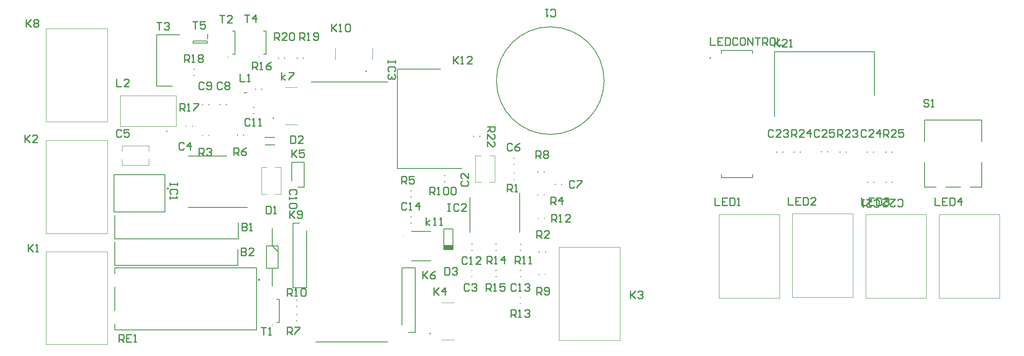
<source format=gbr>
G04*
G04 #@! TF.GenerationSoftware,Altium Limited,Altium Designer,22.4.2 (48)*
G04*
G04 Layer_Color=65535*
%FSLAX24Y24*%
%MOIN*%
G70*
G04*
G04 #@! TF.SameCoordinates,A9630A7D-A4A5-49CB-BB12-AA859E33B044*
G04*
G04*
G04 #@! TF.FilePolarity,Positive*
G04*
G01*
G75*
%ADD10C,0.0079*%
%ADD11C,0.0039*%
%ADD12C,0.0098*%
%ADD13C,0.0050*%
%ADD14C,0.0100*%
%ADD15R,0.0728X0.0387*%
D10*
X56831Y32032D02*
G03*
X56831Y32032I-4331J0D01*
G01*
X30150Y12331D02*
G03*
X30150Y12370I0J20D01*
G01*
D02*
G03*
X30150Y12331I0J-20D01*
G01*
D02*
G03*
X30150Y12370I0J20D01*
G01*
X29080Y33921D02*
G03*
X29080Y33960I0J20D01*
G01*
D02*
G03*
X29080Y33921I0J-20D01*
G01*
D02*
G03*
X29080Y33960I0J20D01*
G01*
X26591Y33911D02*
G03*
X26591Y33950I0J20D01*
G01*
D02*
G03*
X26591Y33911I0J-20D01*
G01*
D02*
G03*
X26591Y33950I0J20D01*
G01*
X30272Y29016D02*
G03*
X30193Y29016I-39J0D01*
G01*
D02*
G03*
X30272Y29016I39J0D01*
G01*
X42793Y11666D02*
G03*
X42872Y11666I39J0D01*
G01*
D02*
G03*
X42793Y11666I-39J0D01*
G01*
X21650Y27919D02*
G03*
X21650Y27998I0J39D01*
G01*
D02*
G03*
X21650Y27919I0J-39D01*
G01*
X37684Y32822D02*
G03*
X37684Y32743I0J-39D01*
G01*
D02*
G03*
X37684Y32822I0J39D01*
G01*
X65398Y33850D02*
G03*
X65398Y33850I-39J0D01*
G01*
X30504Y12563D02*
X30713D01*
Y14437D01*
X30504D02*
X30713D01*
X29434Y34153D02*
X29643D01*
Y36027D01*
X29434D02*
X29643D01*
X70704Y26271D02*
Y26329D01*
X71196Y26271D02*
Y26329D01*
X74304Y26285D02*
Y26342D01*
X74796Y26285D02*
Y26342D01*
X78004Y26271D02*
Y26329D01*
X78496Y26271D02*
Y26329D01*
X79996Y23821D02*
Y23879D01*
X79504Y23821D02*
Y23879D01*
X33267Y31925D02*
X39437D01*
X33637Y10975D02*
X39437D01*
X20842Y31575D02*
X22100D01*
X20842D02*
Y35725D01*
X22689D01*
X53396Y23671D02*
Y23729D01*
X52904Y23671D02*
Y23729D01*
X26946Y36017D02*
X27154D01*
Y34143D02*
Y36017D01*
X26946Y34143D02*
X27154D01*
X31700Y23950D02*
Y25450D01*
X32700D01*
Y23450D02*
Y25450D01*
X32200Y23450D02*
X32700D01*
X24921Y35061D02*
Y35239D01*
X23779Y35061D02*
X24921D01*
X23779D02*
Y35239D01*
X24921D01*
X24941Y35376D02*
Y35790D01*
X27882Y31066D02*
X28118D01*
X29296Y31335D02*
Y31392D01*
X28804Y31335D02*
Y31392D01*
X31146Y33821D02*
Y33879D01*
X30654Y33821D02*
Y33879D01*
X32646Y33821D02*
Y33879D01*
X32154Y33821D02*
Y33879D01*
X23821Y32454D02*
X23879D01*
X23821Y32946D02*
X23879D01*
X24554Y30085D02*
Y30142D01*
X25046Y30085D02*
Y30142D01*
X29556Y26855D02*
X30344D01*
X29556Y27445D02*
X30344D01*
X24554Y27608D02*
Y27665D01*
X25046Y27608D02*
Y27665D01*
X27846Y27635D02*
Y27692D01*
X27354Y27635D02*
Y27692D01*
X28621Y29404D02*
X28679D01*
X28621Y29896D02*
X28679D01*
X25954Y30085D02*
Y30142D01*
X26446Y30085D02*
Y30142D01*
X23383Y21833D02*
X28147D01*
X23383Y25967D02*
X26483D01*
X23204Y28341D02*
Y28399D01*
X23696Y28341D02*
Y28399D01*
X50058Y14596D02*
X50115D01*
X50058Y14104D02*
X50115D01*
X46158Y16746D02*
X46215D01*
X46158Y16254D02*
X46215D01*
X49558Y25796D02*
X49615D01*
X49558Y25304D02*
X49615D01*
X52096Y16408D02*
Y16465D01*
X51604Y16408D02*
Y16465D01*
X52096Y18221D02*
Y18279D01*
X51604Y18221D02*
Y18279D01*
X50085Y16254D02*
X50142D01*
X50085Y16746D02*
X50142D01*
X46050Y19813D02*
Y22613D01*
X50050Y19813D02*
Y22978D01*
X51996Y24658D02*
Y24715D01*
X51504Y24658D02*
Y24715D01*
X51996Y22808D02*
Y22865D01*
X51504Y22808D02*
Y22865D01*
X49558Y24104D02*
X49615D01*
X49558Y24596D02*
X49615D01*
X51554Y20908D02*
Y20965D01*
X52046Y20908D02*
Y20965D01*
X48108Y18846D02*
X48165D01*
X48108Y18354D02*
X48165D01*
X50071Y18846D02*
X50129D01*
X50071Y18354D02*
X50129D01*
X46171D02*
X46229D01*
X46171Y18846D02*
X46229D01*
X48121Y16746D02*
X48179D01*
X48121Y16254D02*
X48179D01*
X40191Y24942D02*
X45400D01*
X40191D02*
Y32958D01*
X43676D01*
X32071Y14346D02*
X32129D01*
X32071Y13854D02*
X32129D01*
X27390Y19301D02*
Y20600D01*
X17469Y19301D02*
X27390D01*
X17469D02*
Y21191D01*
X27384Y17151D02*
Y18450D01*
X17463Y17151D02*
X27384D01*
X17463D02*
Y19041D01*
X32085Y13196D02*
X32142D01*
X32085Y12704D02*
X32142D01*
X70542Y29150D02*
Y34359D01*
X78558D01*
Y30874D02*
Y34359D01*
X43971Y24396D02*
X44029D01*
X43971Y23904D02*
X44029D01*
X78546Y23835D02*
Y23892D01*
X78054Y23835D02*
Y23892D01*
X40561Y12350D02*
Y16948D01*
X41639D01*
Y11752D02*
Y16948D01*
X41100Y11752D02*
X41639D01*
X41328Y17519D02*
X42902D01*
X41328Y19881D02*
X42902D01*
X30150Y15498D02*
Y16913D01*
Y18738D02*
Y20153D01*
Y18738D02*
X30615Y18274D01*
X29685Y18738D02*
X30615D01*
X29685Y16913D02*
Y18738D01*
Y16913D02*
X30615D01*
Y18738D01*
X41285Y21046D02*
X41342D01*
X41285Y20554D02*
X41342D01*
X79996Y26271D02*
Y26329D01*
X79504Y26271D02*
Y26329D01*
X72596Y26271D02*
Y26329D01*
X72104Y26271D02*
Y26329D01*
X76296Y26271D02*
Y26329D01*
X75804Y26271D02*
Y26329D01*
X41285Y22654D02*
X41342D01*
X41285Y23146D02*
X41342D01*
X28875Y11974D02*
Y16974D01*
X17458D02*
X28875D01*
X17458Y11974D02*
Y12456D01*
Y13539D02*
Y15409D01*
Y16491D02*
Y16974D01*
Y11974D02*
X28875D01*
X46354Y27521D02*
Y27579D01*
X46846Y27521D02*
Y27579D01*
X31811Y20548D02*
X32350D01*
X31811Y15352D02*
Y20548D01*
Y15352D02*
X32889D01*
Y19950D01*
X17403Y24452D02*
X21497D01*
X17403Y21460D02*
X21497D01*
Y24452D01*
X17403Y21460D02*
Y24452D01*
X44664Y18413D02*
Y20087D01*
X43936D02*
X44664D01*
X43936Y18413D02*
X44664D01*
X43936D02*
Y20087D01*
X82597Y27127D02*
Y28859D01*
Y23446D02*
Y25473D01*
Y23446D02*
X83522D01*
X84309D02*
X85491D01*
X86278D02*
X87203D01*
X82597Y28859D02*
X87203D01*
Y23446D02*
Y25473D01*
Y27127D02*
Y28859D01*
D11*
X55079Y10600D02*
G03*
X55079Y10561I0J-20D01*
G01*
D02*
G03*
X55079Y10600I0J20D01*
G01*
X14971Y18802D02*
G03*
X14971Y18841I0J20D01*
G01*
D02*
G03*
X14971Y18802I0J-20D01*
G01*
Y36750D02*
G03*
X14971Y36789I0J20D01*
G01*
D02*
G03*
X14971Y36750I0J-20D01*
G01*
Y27750D02*
G03*
X14971Y27789I0J20D01*
G01*
D02*
G03*
X14971Y27750I0J-20D01*
G01*
X40698Y19487D02*
G03*
X40658Y19487I-20J0D01*
G01*
D02*
G03*
X40698Y19487I20J0D01*
G01*
X30365Y22894D02*
X30837Y22906D01*
Y25059D01*
X30333D02*
X30837D01*
X29263Y22906D02*
X29704Y22894D01*
X29263Y22906D02*
Y25059D01*
X29704D01*
X31176Y28500D02*
X32124D01*
X31176Y31500D02*
X32124D01*
X18044Y25685D02*
X18056Y25213D01*
X20209D01*
Y25717D01*
X18044Y26346D02*
X18056Y26787D01*
X20209D01*
Y26346D02*
Y26787D01*
X46463Y25994D02*
X46935Y26006D01*
X46463Y23841D02*
Y25994D01*
Y23841D02*
X46967D01*
X47596Y26006D02*
X48037Y25994D01*
Y23841D02*
Y25994D01*
X47596Y23841D02*
X48037D01*
X53189Y11128D02*
X58110D01*
Y18624D01*
X53189D02*
X58110D01*
X53189Y11128D02*
Y18624D01*
X11940Y18274D02*
X16861D01*
X11940Y10778D02*
Y18274D01*
Y10778D02*
X16861D01*
Y18274D01*
X11940Y36222D02*
X16861D01*
X11940Y28726D02*
Y36222D01*
Y28726D02*
X16861D01*
Y36222D01*
X11940Y27222D02*
X16861D01*
X11940Y19726D02*
Y27222D01*
Y19726D02*
X16861D01*
Y27222D01*
X43776Y14150D02*
X44724D01*
X43776Y11150D02*
X44724D01*
X83759Y14534D02*
X88641D01*
X83759D02*
Y21266D01*
X88641D01*
Y14534D02*
Y21266D01*
X77859Y14534D02*
X82741D01*
X77859D02*
Y21266D01*
X82741D01*
Y14534D02*
Y21266D01*
X71959Y14584D02*
X76841D01*
X71959D02*
Y21316D01*
X76841D01*
Y14584D02*
Y21316D01*
X66059Y14534D02*
X70941D01*
X66059D02*
Y21266D01*
X70941D01*
Y14534D02*
Y21266D01*
X17910Y28360D02*
Y30840D01*
X22390D01*
Y28360D02*
Y30840D01*
X17910Y28360D02*
X22390D01*
X38200Y33726D02*
Y34674D01*
X35200Y33726D02*
Y34674D01*
D12*
X29111Y15999D02*
G03*
X29111Y15999I-49J0D01*
G01*
X21783Y23350D02*
G03*
X21783Y23350I-49J0D01*
G01*
D13*
X66259Y24232D02*
X68778D01*
X66259Y34468D02*
X68778D01*
X66259Y24232D02*
Y24478D01*
Y34222D02*
Y34468D01*
X68778Y24232D02*
Y24478D01*
Y34222D02*
Y34468D01*
D14*
X29640Y21920D02*
Y21320D01*
X29940D01*
X30040Y21420D01*
Y21820D01*
X29940Y21920D01*
X29640D01*
X30240Y21320D02*
X30440D01*
X30340D01*
Y21920D01*
X30240Y21820D01*
X40930Y22130D02*
X40830Y22230D01*
X40630D01*
X40530Y22130D01*
Y21730D01*
X40630Y21630D01*
X40830D01*
X40930Y21730D01*
X41130Y21630D02*
X41330D01*
X41230D01*
Y22230D01*
X41130Y22130D01*
X41930Y21630D02*
Y22230D01*
X41630Y21930D01*
X42030D01*
X79320Y27490D02*
Y28090D01*
X79620D01*
X79720Y27990D01*
Y27790D01*
X79620Y27690D01*
X79320D01*
X79520D02*
X79720Y27490D01*
X80320D02*
X79920D01*
X80320Y27890D01*
Y27990D01*
X80220Y28090D01*
X80020D01*
X79920Y27990D01*
X80919Y28090D02*
X80520D01*
Y27790D01*
X80720Y27890D01*
X80820D01*
X80919Y27790D01*
Y27590D01*
X80820Y27490D01*
X80620D01*
X80520Y27590D01*
X71920Y27490D02*
Y28090D01*
X72220D01*
X72320Y27990D01*
Y27790D01*
X72220Y27690D01*
X71920D01*
X72120D02*
X72320Y27490D01*
X72920D02*
X72520D01*
X72920Y27890D01*
Y27990D01*
X72820Y28090D01*
X72620D01*
X72520Y27990D01*
X73420Y27490D02*
Y28090D01*
X73120Y27790D01*
X73519D01*
X75620Y27490D02*
Y28090D01*
X75920D01*
X76020Y27990D01*
Y27790D01*
X75920Y27690D01*
X75620D01*
X75820D02*
X76020Y27490D01*
X76620D02*
X76220D01*
X76620Y27890D01*
Y27990D01*
X76520Y28090D01*
X76320D01*
X76220Y27990D01*
X76820D02*
X76920Y28090D01*
X77120D01*
X77219Y27990D01*
Y27890D01*
X77120Y27790D01*
X77020D01*
X77120D01*
X77219Y27690D01*
Y27590D01*
X77120Y27490D01*
X76920D01*
X76820Y27590D01*
X30300Y35300D02*
Y35900D01*
X30600D01*
X30700Y35800D01*
Y35600D01*
X30600Y35500D01*
X30300D01*
X30500D02*
X30700Y35300D01*
X31300D02*
X30900D01*
X31300Y35700D01*
Y35800D01*
X31200Y35900D01*
X31000D01*
X30900Y35800D01*
X31500D02*
X31600Y35900D01*
X31800D01*
X31900Y35800D01*
Y35400D01*
X31800Y35300D01*
X31600D01*
X31500Y35400D01*
Y35800D01*
X32350Y35300D02*
Y35900D01*
X32650D01*
X32750Y35800D01*
Y35600D01*
X32650Y35500D01*
X32350D01*
X32550D02*
X32750Y35300D01*
X32950D02*
X33150D01*
X33050D01*
Y35900D01*
X32950Y35800D01*
X33450Y35400D02*
X33550Y35300D01*
X33750D01*
X33850Y35400D01*
Y35800D01*
X33750Y35900D01*
X33550D01*
X33450Y35800D01*
Y35700D01*
X33550Y35600D01*
X33850D01*
X22700Y29580D02*
Y30180D01*
X23000D01*
X23100Y30080D01*
Y29880D01*
X23000Y29780D01*
X22700D01*
X22900D02*
X23100Y29580D01*
X23300D02*
X23500D01*
X23400D01*
Y30180D01*
X23300Y30080D01*
X23800Y30180D02*
X24200D01*
Y30080D01*
X23800Y29680D01*
Y29580D01*
X47400Y17300D02*
Y17900D01*
X47700D01*
X47800Y17800D01*
Y17600D01*
X47700Y17500D01*
X47400D01*
X47600D02*
X47800Y17300D01*
X48000D02*
X48200D01*
X48100D01*
Y17900D01*
X48000Y17800D01*
X48800Y17300D02*
Y17900D01*
X48500Y17600D01*
X48900D01*
X49350Y13000D02*
Y13600D01*
X49650D01*
X49750Y13500D01*
Y13300D01*
X49650Y13200D01*
X49350D01*
X49550D02*
X49750Y13000D01*
X49950D02*
X50150D01*
X50050D01*
Y13600D01*
X49950Y13500D01*
X50450D02*
X50550Y13600D01*
X50750D01*
X50850Y13500D01*
Y13400D01*
X50750Y13300D01*
X50650D01*
X50750D01*
X50850Y13200D01*
Y13100D01*
X50750Y13000D01*
X50550D01*
X50450Y13100D01*
X52600Y20650D02*
Y21250D01*
X52900D01*
X53000Y21150D01*
Y20950D01*
X52900Y20850D01*
X52600D01*
X52800D02*
X53000Y20650D01*
X53200D02*
X53400D01*
X53300D01*
Y21250D01*
X53200Y21150D01*
X54100Y20650D02*
X53700D01*
X54100Y21050D01*
Y21150D01*
X54000Y21250D01*
X53800D01*
X53700Y21150D01*
X49664Y17300D02*
Y17900D01*
X49964D01*
X50064Y17800D01*
Y17600D01*
X49964Y17500D01*
X49664D01*
X49864D02*
X50064Y17300D01*
X50264D02*
X50464D01*
X50364D01*
Y17900D01*
X50264Y17800D01*
X50764Y17300D02*
X50964D01*
X50864D01*
Y17900D01*
X50764Y17800D01*
X31350Y14700D02*
Y15300D01*
X31650D01*
X31750Y15200D01*
Y15000D01*
X31650Y14900D01*
X31350D01*
X31550D02*
X31750Y14700D01*
X31950D02*
X32150D01*
X32050D01*
Y15300D01*
X31950Y15200D01*
X32450D02*
X32550Y15300D01*
X32750D01*
X32850Y15200D01*
Y14800D01*
X32750Y14700D01*
X32550D01*
X32450Y14800D01*
Y15200D01*
X51400Y14800D02*
Y15400D01*
X51700D01*
X51800Y15300D01*
Y15100D01*
X51700Y15000D01*
X51400D01*
X51600D02*
X51800Y14800D01*
X52000Y14900D02*
X52100Y14800D01*
X52300D01*
X52400Y14900D01*
Y15300D01*
X52300Y15400D01*
X52100D01*
X52000Y15300D01*
Y15200D01*
X52100Y15100D01*
X52400D01*
X31350Y11600D02*
Y12200D01*
X31650D01*
X31750Y12100D01*
Y11900D01*
X31650Y11800D01*
X31350D01*
X31550D02*
X31750Y11600D01*
X31950Y12200D02*
X32350D01*
Y12100D01*
X31950Y11700D01*
Y11600D01*
X27050Y26030D02*
Y26630D01*
X27350D01*
X27450Y26530D01*
Y26330D01*
X27350Y26230D01*
X27050D01*
X27250D02*
X27450Y26030D01*
X28050Y26630D02*
X27850Y26530D01*
X27650Y26330D01*
Y26130D01*
X27750Y26030D01*
X27950D01*
X28050Y26130D01*
Y26230D01*
X27950Y26330D01*
X27650D01*
X40530Y23730D02*
Y24330D01*
X40830D01*
X40930Y24230D01*
Y24030D01*
X40830Y23930D01*
X40530D01*
X40730D02*
X40930Y23730D01*
X41530Y24330D02*
X41130D01*
Y24030D01*
X41330Y24130D01*
X41430D01*
X41530Y24030D01*
Y23830D01*
X41430Y23730D01*
X41230D01*
X41130Y23830D01*
X52550Y22050D02*
Y22650D01*
X52850D01*
X52950Y22550D01*
Y22350D01*
X52850Y22250D01*
X52550D01*
X52750D02*
X52950Y22050D01*
X53450D02*
Y22650D01*
X53150Y22350D01*
X53550D01*
X51400Y19350D02*
Y19950D01*
X51700D01*
X51800Y19850D01*
Y19650D01*
X51700Y19550D01*
X51400D01*
X51600D02*
X51800Y19350D01*
X52400D02*
X52000D01*
X52400Y19750D01*
Y19850D01*
X52300Y19950D01*
X52100D01*
X52000Y19850D01*
X49050Y23100D02*
Y23700D01*
X49350D01*
X49450Y23600D01*
Y23400D01*
X49350Y23300D01*
X49050D01*
X49250D02*
X49450Y23100D01*
X49650D02*
X49850D01*
X49750D01*
Y23700D01*
X49650Y23600D01*
X74150Y28000D02*
X74050Y28100D01*
X73850D01*
X73750Y28000D01*
Y27600D01*
X73850Y27500D01*
X74050D01*
X74150Y27600D01*
X74750Y27500D02*
X74350D01*
X74750Y27900D01*
Y28000D01*
X74650Y28100D01*
X74450D01*
X74350Y28000D01*
X75350Y28100D02*
X74950D01*
Y27800D01*
X75150Y27900D01*
X75250D01*
X75350Y27800D01*
Y27600D01*
X75250Y27500D01*
X75050D01*
X74950Y27600D01*
X77900Y28000D02*
X77800Y28100D01*
X77600D01*
X77500Y28000D01*
Y27600D01*
X77600Y27500D01*
X77800D01*
X77900Y27600D01*
X78500Y27500D02*
X78100D01*
X78500Y27900D01*
Y28000D01*
X78400Y28100D01*
X78200D01*
X78100Y28000D01*
X79000Y27500D02*
Y28100D01*
X78700Y27800D01*
X79100D01*
X70450Y28000D02*
X70350Y28100D01*
X70150D01*
X70050Y28000D01*
Y27600D01*
X70150Y27500D01*
X70350D01*
X70450Y27600D01*
X71050Y27500D02*
X70650D01*
X71050Y27900D01*
Y28000D01*
X70950Y28100D01*
X70750D01*
X70650Y28000D01*
X71250D02*
X71350Y28100D01*
X71550D01*
X71650Y28000D01*
Y27900D01*
X71550Y27800D01*
X71450D01*
X71550D01*
X71650Y27700D01*
Y27600D01*
X71550Y27500D01*
X71350D01*
X71250Y27600D01*
X80450Y22000D02*
X80550Y21900D01*
X80750D01*
X80850Y22000D01*
Y22400D01*
X80750Y22500D01*
X80550D01*
X80450Y22400D01*
X79850Y22500D02*
X80250D01*
X79850Y22100D01*
Y22000D01*
X79950Y21900D01*
X80150D01*
X80250Y22000D01*
X79250Y22500D02*
X79650D01*
X79250Y22100D01*
Y22000D01*
X79350Y21900D01*
X79550D01*
X79650Y22000D01*
X49728Y15600D02*
X49628Y15700D01*
X49428D01*
X49328Y15600D01*
Y15200D01*
X49428Y15100D01*
X49628D01*
X49728Y15200D01*
X49927Y15100D02*
X50127D01*
X50027D01*
Y15700D01*
X49927Y15600D01*
X50427D02*
X50527Y15700D01*
X50727D01*
X50827Y15600D01*
Y15500D01*
X50727Y15400D01*
X50627D01*
X50727D01*
X50827Y15300D01*
Y15200D01*
X50727Y15100D01*
X50527D01*
X50427Y15200D01*
X45800Y17750D02*
X45700Y17850D01*
X45500D01*
X45400Y17750D01*
Y17350D01*
X45500Y17250D01*
X45700D01*
X45800Y17350D01*
X46000Y17250D02*
X46200D01*
X46100D01*
Y17850D01*
X46000Y17750D01*
X46900Y17250D02*
X46500D01*
X46900Y17650D01*
Y17750D01*
X46800Y17850D01*
X46600D01*
X46500Y17750D01*
X28350Y28900D02*
X28250Y29000D01*
X28050D01*
X27950Y28900D01*
Y28500D01*
X28050Y28400D01*
X28250D01*
X28350Y28500D01*
X28550Y28400D02*
X28750D01*
X28650D01*
Y29000D01*
X28550Y28900D01*
X29050Y28400D02*
X29250D01*
X29150D01*
Y29000D01*
X29050Y28900D01*
X32000Y22850D02*
X32100Y22950D01*
Y23150D01*
X32000Y23250D01*
X31600D01*
X31500Y23150D01*
Y22950D01*
X31600Y22850D01*
X31500Y22650D02*
Y22450D01*
Y22550D01*
X32100D01*
X32000Y22650D01*
Y22150D02*
X32100Y22050D01*
Y21850D01*
X32000Y21750D01*
X31600D01*
X31500Y21850D01*
Y22050D01*
X31600Y22150D01*
X32000D01*
X24650Y31814D02*
X24550Y31914D01*
X24350D01*
X24250Y31814D01*
Y31414D01*
X24350Y31314D01*
X24550D01*
X24650Y31414D01*
X24850D02*
X24950Y31314D01*
X25150D01*
X25250Y31414D01*
Y31814D01*
X25150Y31914D01*
X24950D01*
X24850Y31814D01*
Y31714D01*
X24950Y31614D01*
X25250D01*
X26100Y31814D02*
X26000Y31914D01*
X25800D01*
X25700Y31814D01*
Y31414D01*
X25800Y31314D01*
X26000D01*
X26100Y31414D01*
X26300Y31814D02*
X26400Y31914D01*
X26600D01*
X26700Y31814D01*
Y31714D01*
X26600Y31614D01*
X26700Y31514D01*
Y31414D01*
X26600Y31314D01*
X26400D01*
X26300Y31414D01*
Y31514D01*
X26400Y31614D01*
X26300Y31714D01*
Y31814D01*
X26400Y31614D02*
X26600D01*
X54450Y23900D02*
X54350Y24000D01*
X54150D01*
X54050Y23900D01*
Y23500D01*
X54150Y23400D01*
X54350D01*
X54450Y23500D01*
X54650Y24000D02*
X55050D01*
Y23900D01*
X54650Y23500D01*
Y23400D01*
X49450Y26900D02*
X49350Y27000D01*
X49150D01*
X49050Y26900D01*
Y26500D01*
X49150Y26400D01*
X49350D01*
X49450Y26500D01*
X50050Y27000D02*
X49850Y26900D01*
X49650Y26700D01*
Y26500D01*
X49750Y26400D01*
X49950D01*
X50050Y26500D01*
Y26600D01*
X49950Y26700D01*
X49650D01*
X17990Y28000D02*
X17890Y28100D01*
X17690D01*
X17590Y28000D01*
Y27600D01*
X17690Y27500D01*
X17890D01*
X17990Y27600D01*
X18590Y28100D02*
X18190D01*
Y27800D01*
X18390Y27900D01*
X18490D01*
X18590Y27800D01*
Y27600D01*
X18490Y27500D01*
X18290D01*
X18190Y27600D01*
X45986Y15600D02*
X45886Y15700D01*
X45686D01*
X45586Y15600D01*
Y15200D01*
X45686Y15100D01*
X45886D01*
X45986Y15200D01*
X46186Y15600D02*
X46286Y15700D01*
X46486D01*
X46586Y15600D01*
Y15500D01*
X46486Y15400D01*
X46386D01*
X46486D01*
X46586Y15300D01*
Y15200D01*
X46486Y15100D01*
X46286D01*
X46186Y15200D01*
X47435Y28335D02*
X48035D01*
Y28035D01*
X47935Y27935D01*
X47735D01*
X47635Y28035D01*
Y28335D01*
Y28135D02*
X47435Y27935D01*
Y27335D02*
Y27735D01*
X47835Y27335D01*
X47935D01*
X48035Y27435D01*
Y27635D01*
X47935Y27735D01*
X47435Y26736D02*
Y27135D01*
X47835Y26736D01*
X47935D01*
X48035Y26835D01*
Y27035D01*
X47935Y27135D01*
X42800Y22850D02*
Y23450D01*
X43100D01*
X43200Y23350D01*
Y23150D01*
X43100Y23050D01*
X42800D01*
X43000D02*
X43200Y22850D01*
X43400D02*
X43600D01*
X43500D01*
Y23450D01*
X43400Y23350D01*
X43900D02*
X44000Y23450D01*
X44200D01*
X44300Y23350D01*
Y22950D01*
X44200Y22850D01*
X44000D01*
X43900Y22950D01*
Y23350D01*
X44500D02*
X44600Y23450D01*
X44800D01*
X44900Y23350D01*
Y22950D01*
X44800Y22850D01*
X44600D01*
X44500Y22950D01*
Y23350D01*
X28550Y32914D02*
Y33514D01*
X28850D01*
X28950Y33414D01*
Y33214D01*
X28850Y33114D01*
X28550D01*
X28750D02*
X28950Y32914D01*
X29150D02*
X29350D01*
X29250D01*
Y33514D01*
X29150Y33414D01*
X30050Y33514D02*
X29850Y33414D01*
X29650Y33214D01*
Y33014D01*
X29750Y32914D01*
X29950D01*
X30050Y33014D01*
Y33114D01*
X29950Y33214D01*
X29650D01*
X17800Y11000D02*
Y11600D01*
X18100D01*
X18200Y11500D01*
Y11300D01*
X18100Y11200D01*
X17800D01*
X18000D02*
X18200Y11000D01*
X18800Y11600D02*
X18400D01*
Y11000D01*
X18800D01*
X18400Y11300D02*
X18600D01*
X19000Y11000D02*
X19200D01*
X19100D01*
Y11600D01*
X19000Y11500D01*
X22500Y23800D02*
Y23600D01*
Y23700D01*
X21900D01*
Y23800D01*
Y23600D01*
X22400Y22900D02*
X22500Y23000D01*
Y23200D01*
X22400Y23300D01*
X22000D01*
X21900Y23200D01*
Y23000D01*
X22000Y22900D01*
X21900Y22700D02*
Y22500D01*
Y22600D01*
X22500D01*
X22400Y22700D01*
X44000Y17000D02*
Y16400D01*
X44300D01*
X44400Y16500D01*
Y16900D01*
X44300Y17000D01*
X44000D01*
X44600Y16900D02*
X44700Y17000D01*
X44900D01*
X45000Y16900D01*
Y16800D01*
X44900Y16700D01*
X44800D01*
X44900D01*
X45000Y16600D01*
Y16500D01*
X44900Y16400D01*
X44700D01*
X44600Y16500D01*
X45400Y23950D02*
X45300Y23850D01*
Y23650D01*
X45400Y23550D01*
X45800D01*
X45900Y23650D01*
Y23850D01*
X45800Y23950D01*
X45900Y24550D02*
Y24150D01*
X45500Y24550D01*
X45400D01*
X45300Y24450D01*
Y24250D01*
X45400Y24150D01*
X23750Y36800D02*
X24150D01*
X23950D01*
Y36200D01*
X24750Y36800D02*
X24350D01*
Y36500D01*
X24550Y36600D01*
X24650D01*
X24750Y36500D01*
Y36300D01*
X24650Y36200D01*
X24450D01*
X24350Y36300D01*
X27900Y37340D02*
X28300D01*
X28100D01*
Y36740D01*
X28800D02*
Y37340D01*
X28500Y37040D01*
X28900D01*
X20830Y36730D02*
X21230D01*
X21030D01*
Y36130D01*
X21430Y36630D02*
X21530Y36730D01*
X21730D01*
X21830Y36630D01*
Y36530D01*
X21730Y36430D01*
X21630D01*
X21730D01*
X21830Y36330D01*
Y36230D01*
X21730Y36130D01*
X21530D01*
X21430Y36230D01*
X25900Y37300D02*
X26300D01*
X26100D01*
Y36700D01*
X26900D02*
X26500D01*
X26900Y37100D01*
Y37200D01*
X26800Y37300D01*
X26600D01*
X26500Y37200D01*
X29250Y12150D02*
X29650D01*
X29450D01*
Y11550D01*
X29850D02*
X30050D01*
X29950D01*
Y12150D01*
X29850Y12050D01*
X82950Y30440D02*
X82850Y30540D01*
X82650D01*
X82550Y30440D01*
Y30340D01*
X82650Y30240D01*
X82850D01*
X82950Y30140D01*
Y30040D01*
X82850Y29940D01*
X82650D01*
X82550Y30040D01*
X83150Y29940D02*
X83350D01*
X83250D01*
Y30540D01*
X83150Y30440D01*
X23060Y33530D02*
Y34130D01*
X23360D01*
X23460Y34030D01*
Y33830D01*
X23360Y33730D01*
X23060D01*
X23260D02*
X23460Y33530D01*
X23660D02*
X23860D01*
X23760D01*
Y34130D01*
X23660Y34030D01*
X24160D02*
X24260Y34130D01*
X24460D01*
X24560Y34030D01*
Y33930D01*
X24460Y33830D01*
X24560Y33730D01*
Y33630D01*
X24460Y33530D01*
X24260D01*
X24160Y33630D01*
Y33730D01*
X24260Y33830D01*
X24160Y33930D01*
Y34030D01*
X24260Y33830D02*
X24460D01*
X47350Y15100D02*
Y15700D01*
X47650D01*
X47750Y15600D01*
Y15400D01*
X47650Y15300D01*
X47350D01*
X47550D02*
X47750Y15100D01*
X47950D02*
X48150D01*
X48050D01*
Y15700D01*
X47950Y15600D01*
X48850Y15700D02*
X48450D01*
Y15400D01*
X48650Y15500D01*
X48750D01*
X48850Y15400D01*
Y15200D01*
X48750Y15100D01*
X48550D01*
X48450Y15200D01*
X51350Y25800D02*
Y26400D01*
X51650D01*
X51750Y26300D01*
Y26100D01*
X51650Y26000D01*
X51350D01*
X51550D02*
X51750Y25800D01*
X51950Y26300D02*
X52050Y26400D01*
X52250D01*
X52350Y26300D01*
Y26200D01*
X52250Y26100D01*
X52350Y26000D01*
Y25900D01*
X52250Y25800D01*
X52050D01*
X51950Y25900D01*
Y26000D01*
X52050Y26100D01*
X51950Y26200D01*
Y26300D01*
X52050Y26100D02*
X52250D01*
X24250Y26000D02*
Y26600D01*
X24550D01*
X24650Y26500D01*
Y26300D01*
X24550Y26200D01*
X24250D01*
X24450D02*
X24650Y26000D01*
X24850Y26500D02*
X24950Y26600D01*
X25150D01*
X25250Y26500D01*
Y26400D01*
X25150Y26300D01*
X25050D01*
X25150D01*
X25250Y26200D01*
Y26100D01*
X25150Y26000D01*
X24950D01*
X24850Y26100D01*
X65380Y35480D02*
Y34880D01*
X65780D01*
X66380Y35480D02*
X65980D01*
Y34880D01*
X66380D01*
X65980Y35180D02*
X66180D01*
X66580Y35480D02*
Y34880D01*
X66880D01*
X66979Y34980D01*
Y35380D01*
X66880Y35480D01*
X66580D01*
X67579Y35380D02*
X67479Y35480D01*
X67279D01*
X67179Y35380D01*
Y34980D01*
X67279Y34880D01*
X67479D01*
X67579Y34980D01*
X68079Y35480D02*
X67879D01*
X67779Y35380D01*
Y34980D01*
X67879Y34880D01*
X68079D01*
X68179Y34980D01*
Y35380D01*
X68079Y35480D01*
X68379Y34880D02*
Y35480D01*
X68779Y34880D01*
Y35480D01*
X68979D02*
X69379D01*
X69179D01*
Y34880D01*
X69579D02*
Y35480D01*
X69879D01*
X69979Y35380D01*
Y35180D01*
X69879Y35080D01*
X69579D01*
X69779D02*
X69979Y34880D01*
X70478Y35480D02*
X70278D01*
X70178Y35380D01*
Y34980D01*
X70278Y34880D01*
X70478D01*
X70578Y34980D01*
Y35380D01*
X70478Y35480D01*
X70778D02*
Y34880D01*
X71178D01*
X83450Y22580D02*
Y21980D01*
X83850D01*
X84450Y22580D02*
X84050D01*
Y21980D01*
X84450D01*
X84050Y22280D02*
X84250D01*
X84650Y22580D02*
Y21980D01*
X84950D01*
X85049Y22080D01*
Y22480D01*
X84950Y22580D01*
X84650D01*
X85549Y21980D02*
Y22580D01*
X85249Y22280D01*
X85649D01*
X77550Y22580D02*
Y21980D01*
X77950D01*
X78550Y22580D02*
X78150D01*
Y21980D01*
X78550D01*
X78150Y22280D02*
X78350D01*
X78750Y22580D02*
Y21980D01*
X79050D01*
X79149Y22080D01*
Y22480D01*
X79050Y22580D01*
X78750D01*
X79349Y22480D02*
X79449Y22580D01*
X79649D01*
X79749Y22480D01*
Y22380D01*
X79649Y22280D01*
X79549D01*
X79649D01*
X79749Y22180D01*
Y22080D01*
X79649Y21980D01*
X79449D01*
X79349Y22080D01*
X71650Y22630D02*
Y22030D01*
X72050D01*
X72650Y22630D02*
X72250D01*
Y22030D01*
X72650D01*
X72250Y22330D02*
X72450D01*
X72850Y22630D02*
Y22030D01*
X73150D01*
X73249Y22130D01*
Y22530D01*
X73150Y22630D01*
X72850D01*
X73849Y22030D02*
X73449D01*
X73849Y22430D01*
Y22530D01*
X73749Y22630D01*
X73549D01*
X73449Y22530D01*
X65750Y22580D02*
Y21980D01*
X66150D01*
X66750Y22580D02*
X66350D01*
Y21980D01*
X66750D01*
X66350Y22280D02*
X66550D01*
X66950Y22580D02*
Y21980D01*
X67250D01*
X67349Y22080D01*
Y22480D01*
X67250Y22580D01*
X66950D01*
X67549Y21980D02*
X67749D01*
X67649D01*
Y22580D01*
X67549Y22480D01*
X17600Y32150D02*
Y31550D01*
X18000D01*
X18600D02*
X18200D01*
X18600Y31950D01*
Y32050D01*
X18500Y32150D01*
X18300D01*
X18200Y32050D01*
X27550Y32566D02*
Y31966D01*
X27950D01*
X28150D02*
X28350D01*
X28250D01*
Y32566D01*
X28150Y32466D01*
X70530Y35370D02*
Y34770D01*
Y34970D01*
X70930Y35370D01*
X70630Y35070D01*
X70930Y34770D01*
X71530D02*
X71130D01*
X71530Y35170D01*
Y35270D01*
X71430Y35370D01*
X71230D01*
X71130Y35270D01*
X71730Y34770D02*
X71930D01*
X71830D01*
Y35370D01*
X71730Y35270D01*
X44700Y34000D02*
Y33400D01*
Y33600D01*
X45100Y34000D01*
X44800Y33700D01*
X45100Y33400D01*
X45300D02*
X45500D01*
X45400D01*
Y34000D01*
X45300Y33900D01*
X46200Y33400D02*
X45800D01*
X46200Y33800D01*
Y33900D01*
X46100Y34000D01*
X45900D01*
X45800Y33900D01*
X42500Y20400D02*
Y21000D01*
Y20600D02*
X42800Y20800D01*
X42500Y20600D02*
X42800Y20400D01*
X43100D02*
X43300D01*
X43200D01*
Y21000D01*
X43100Y20900D01*
X43600Y20400D02*
X43800D01*
X43700D01*
Y21000D01*
X43600Y20900D01*
X34890Y36590D02*
Y35990D01*
Y36190D01*
X35290Y36590D01*
X34990Y36290D01*
X35290Y35990D01*
X35490D02*
X35690D01*
X35590D01*
Y36590D01*
X35490Y36490D01*
X35990D02*
X36090Y36590D01*
X36290D01*
X36390Y36490D01*
Y36090D01*
X36290Y35990D01*
X36090D01*
X35990Y36090D01*
Y36490D01*
X31550Y21560D02*
Y20960D01*
Y21160D01*
X31950Y21560D01*
X31650Y21260D01*
X31950Y20960D01*
X32150Y21060D02*
X32250Y20960D01*
X32450D01*
X32550Y21060D01*
Y21460D01*
X32450Y21560D01*
X32250D01*
X32150Y21460D01*
Y21360D01*
X32250Y21260D01*
X32550D01*
X10350Y36950D02*
Y36350D01*
Y36550D01*
X10750Y36950D01*
X10450Y36650D01*
X10750Y36350D01*
X10950Y36850D02*
X11050Y36950D01*
X11250D01*
X11350Y36850D01*
Y36750D01*
X11250Y36650D01*
X11350Y36550D01*
Y36450D01*
X11250Y36350D01*
X11050D01*
X10950Y36450D01*
Y36550D01*
X11050Y36650D01*
X10950Y36750D01*
Y36850D01*
X11050Y36650D02*
X11250D01*
X30875Y32100D02*
Y32700D01*
Y32300D02*
X31175Y32500D01*
X30875Y32300D02*
X31175Y32100D01*
X31475Y32700D02*
X31875D01*
Y32600D01*
X31475Y32200D01*
Y32100D01*
X42250Y16700D02*
Y16100D01*
Y16300D01*
X42650Y16700D01*
X42350Y16400D01*
X42650Y16100D01*
X43250Y16700D02*
X43050Y16600D01*
X42850Y16400D01*
Y16200D01*
X42950Y16100D01*
X43150D01*
X43250Y16200D01*
Y16300D01*
X43150Y16400D01*
X42850D01*
X31690Y26460D02*
Y25860D01*
Y26060D01*
X32090Y26460D01*
X31790Y26160D01*
X32090Y25860D01*
X32690Y26460D02*
X32290D01*
Y26160D01*
X32490Y26260D01*
X32590D01*
X32690Y26160D01*
Y25960D01*
X32590Y25860D01*
X32390D01*
X32290Y25960D01*
X43150Y15350D02*
Y14750D01*
Y14950D01*
X43550Y15350D01*
X43250Y15050D01*
X43550Y14750D01*
X44050D02*
Y15350D01*
X43750Y15050D01*
X44150D01*
X58950Y15100D02*
Y14500D01*
Y14700D01*
X59350Y15100D01*
X59050Y14800D01*
X59350Y14500D01*
X59550Y15000D02*
X59650Y15100D01*
X59850D01*
X59950Y15000D01*
Y14900D01*
X59850Y14800D01*
X59750D01*
X59850D01*
X59950Y14700D01*
Y14600D01*
X59850Y14500D01*
X59650D01*
X59550Y14600D01*
X10250Y27650D02*
Y27050D01*
Y27250D01*
X10650Y27650D01*
X10350Y27350D01*
X10650Y27050D01*
X11250D02*
X10850D01*
X11250Y27450D01*
Y27550D01*
X11150Y27650D01*
X10950D01*
X10850Y27550D01*
X10500Y18850D02*
Y18250D01*
Y18450D01*
X10900Y18850D01*
X10600Y18550D01*
X10900Y18250D01*
X11100D02*
X11300D01*
X11200D01*
Y18850D01*
X11100Y18750D01*
X40050Y33650D02*
Y33450D01*
Y33550D01*
X39450D01*
Y33650D01*
Y33450D01*
X39950Y32750D02*
X40050Y32850D01*
Y33050D01*
X39950Y33150D01*
X39550D01*
X39450Y33050D01*
Y32850D01*
X39550Y32750D01*
X39950Y32550D02*
X40050Y32450D01*
Y32250D01*
X39950Y32150D01*
X39850D01*
X39750Y32250D01*
Y32350D01*
Y32250D01*
X39650Y32150D01*
X39550D01*
X39450Y32250D01*
Y32450D01*
X39550Y32550D01*
X44250Y22125D02*
X44450D01*
X44350D01*
Y21525D01*
X44250D01*
X44450D01*
X45150Y22025D02*
X45050Y22125D01*
X44850D01*
X44750Y22025D01*
Y21625D01*
X44850Y21525D01*
X45050D01*
X45150Y21625D01*
X45750Y21525D02*
X45350D01*
X45750Y21925D01*
Y22025D01*
X45650Y22125D01*
X45450D01*
X45350Y22025D01*
X31600Y27600D02*
Y27000D01*
X31900D01*
X32000Y27100D01*
Y27500D01*
X31900Y27600D01*
X31600D01*
X32600Y27000D02*
X32200D01*
X32600Y27400D01*
Y27500D01*
X32500Y27600D01*
X32300D01*
X32200Y27500D01*
X78550Y21964D02*
X78650Y21864D01*
X78850D01*
X78950Y21964D01*
Y22364D01*
X78850Y22464D01*
X78650D01*
X78550Y22364D01*
X77950Y22464D02*
X78350D01*
X77950Y22064D01*
Y21964D01*
X78050Y21864D01*
X78250D01*
X78350Y21964D01*
X77750Y22464D02*
X77550D01*
X77650D01*
Y21864D01*
X77750Y21964D01*
X23050Y26970D02*
X22950Y27070D01*
X22750D01*
X22650Y26970D01*
Y26570D01*
X22750Y26470D01*
X22950D01*
X23050Y26570D01*
X23550Y26470D02*
Y27070D01*
X23250Y26770D01*
X23650D01*
X52500Y37300D02*
X52600Y37200D01*
X52800D01*
X52900Y37300D01*
Y37700D01*
X52800Y37800D01*
X52600D01*
X52500Y37700D01*
X52300Y37800D02*
X52100D01*
X52200D01*
Y37200D01*
X52300Y37300D01*
X27650Y18550D02*
Y17950D01*
X27950D01*
X28050Y18050D01*
Y18150D01*
X27950Y18250D01*
X27650D01*
X27950D01*
X28050Y18350D01*
Y18450D01*
X27950Y18550D01*
X27650D01*
X28650Y17950D02*
X28250D01*
X28650Y18350D01*
Y18450D01*
X28550Y18550D01*
X28350D01*
X28250Y18450D01*
X27700Y20550D02*
Y19950D01*
X28000D01*
X28100Y20050D01*
Y20150D01*
X28000Y20250D01*
X27700D01*
X28000D01*
X28100Y20350D01*
Y20450D01*
X28000Y20550D01*
X27700D01*
X28300Y19950D02*
X28500D01*
X28400D01*
Y20550D01*
X28300Y20450D01*
D15*
X44300Y18607D02*
D03*
M02*

</source>
